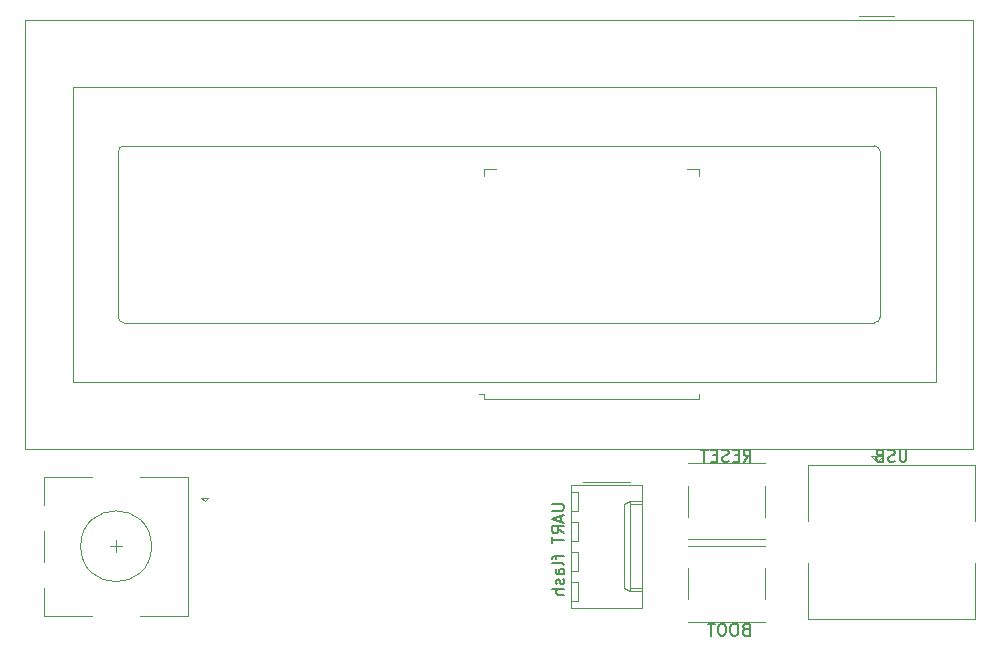
<source format=gbr>
%TF.GenerationSoftware,KiCad,Pcbnew,6.0.11+dfsg-1*%
%TF.CreationDate,2023-11-04T21:56:29+01:00*%
%TF.ProjectId,main_board,6d61696e-5f62-46f6-9172-642e6b696361,rev?*%
%TF.SameCoordinates,PX63add28PY3f58108*%
%TF.FileFunction,Legend,Bot*%
%TF.FilePolarity,Positive*%
%FSLAX46Y46*%
G04 Gerber Fmt 4.6, Leading zero omitted, Abs format (unit mm)*
G04 Created by KiCad (PCBNEW 6.0.11+dfsg-1) date 2023-11-04 21:56:29*
%MOMM*%
%LPD*%
G01*
G04 APERTURE LIST*
%ADD10C,0.150000*%
%ADD11C,0.120000*%
G04 APERTURE END LIST*
D10*
X74921904Y-38822380D02*
X74921904Y-39631904D01*
X74874285Y-39727142D01*
X74826666Y-39774761D01*
X74731428Y-39822380D01*
X74540952Y-39822380D01*
X74445714Y-39774761D01*
X74398095Y-39727142D01*
X74350476Y-39631904D01*
X74350476Y-38822380D01*
X73921904Y-39774761D02*
X73779047Y-39822380D01*
X73540952Y-39822380D01*
X73445714Y-39774761D01*
X73398095Y-39727142D01*
X73350476Y-39631904D01*
X73350476Y-39536666D01*
X73398095Y-39441428D01*
X73445714Y-39393809D01*
X73540952Y-39346190D01*
X73731428Y-39298571D01*
X73826666Y-39250952D01*
X73874285Y-39203333D01*
X73921904Y-39108095D01*
X73921904Y-39012857D01*
X73874285Y-38917619D01*
X73826666Y-38870000D01*
X73731428Y-38822380D01*
X73493333Y-38822380D01*
X73350476Y-38870000D01*
X72588571Y-39298571D02*
X72445714Y-39346190D01*
X72398095Y-39393809D01*
X72350476Y-39489047D01*
X72350476Y-39631904D01*
X72398095Y-39727142D01*
X72445714Y-39774761D01*
X72540952Y-39822380D01*
X72921904Y-39822380D01*
X72921904Y-38822380D01*
X72588571Y-38822380D01*
X72493333Y-38870000D01*
X72445714Y-38917619D01*
X72398095Y-39012857D01*
X72398095Y-39108095D01*
X72445714Y-39203333D01*
X72493333Y-39250952D01*
X72588571Y-39298571D01*
X72921904Y-39298571D01*
X44918380Y-43410666D02*
X45727904Y-43410666D01*
X45823142Y-43458285D01*
X45870761Y-43505904D01*
X45918380Y-43601142D01*
X45918380Y-43791619D01*
X45870761Y-43886857D01*
X45823142Y-43934476D01*
X45727904Y-43982095D01*
X44918380Y-43982095D01*
X45632666Y-44410666D02*
X45632666Y-44886857D01*
X45918380Y-44315428D02*
X44918380Y-44648761D01*
X45918380Y-44982095D01*
X45918380Y-45886857D02*
X45442190Y-45553523D01*
X45918380Y-45315428D02*
X44918380Y-45315428D01*
X44918380Y-45696380D01*
X44966000Y-45791619D01*
X45013619Y-45839238D01*
X45108857Y-45886857D01*
X45251714Y-45886857D01*
X45346952Y-45839238D01*
X45394571Y-45791619D01*
X45442190Y-45696380D01*
X45442190Y-45315428D01*
X44918380Y-46172571D02*
X44918380Y-46744000D01*
X45918380Y-46458285D02*
X44918380Y-46458285D01*
X45251714Y-47696380D02*
X45251714Y-48077333D01*
X45918380Y-47839238D02*
X45061238Y-47839238D01*
X44966000Y-47886857D01*
X44918380Y-47982095D01*
X44918380Y-48077333D01*
X45918380Y-48553523D02*
X45870761Y-48458285D01*
X45775523Y-48410666D01*
X44918380Y-48410666D01*
X45918380Y-49363047D02*
X45394571Y-49363047D01*
X45299333Y-49315428D01*
X45251714Y-49220190D01*
X45251714Y-49029714D01*
X45299333Y-48934476D01*
X45870761Y-49363047D02*
X45918380Y-49267809D01*
X45918380Y-49029714D01*
X45870761Y-48934476D01*
X45775523Y-48886857D01*
X45680285Y-48886857D01*
X45585047Y-48934476D01*
X45537428Y-49029714D01*
X45537428Y-49267809D01*
X45489809Y-49363047D01*
X45870761Y-49791619D02*
X45918380Y-49886857D01*
X45918380Y-50077333D01*
X45870761Y-50172571D01*
X45775523Y-50220190D01*
X45727904Y-50220190D01*
X45632666Y-50172571D01*
X45585047Y-50077333D01*
X45585047Y-49934476D01*
X45537428Y-49839238D01*
X45442190Y-49791619D01*
X45394571Y-49791619D01*
X45299333Y-49839238D01*
X45251714Y-49934476D01*
X45251714Y-50077333D01*
X45299333Y-50172571D01*
X45918380Y-50648761D02*
X44918380Y-50648761D01*
X45918380Y-51077333D02*
X45394571Y-51077333D01*
X45299333Y-51029714D01*
X45251714Y-50934476D01*
X45251714Y-50791619D01*
X45299333Y-50696380D01*
X45346952Y-50648761D01*
X61142380Y-39822380D02*
X61475714Y-39346190D01*
X61713809Y-39822380D02*
X61713809Y-38822380D01*
X61332857Y-38822380D01*
X61237619Y-38870000D01*
X61190000Y-38917619D01*
X61142380Y-39012857D01*
X61142380Y-39155714D01*
X61190000Y-39250952D01*
X61237619Y-39298571D01*
X61332857Y-39346190D01*
X61713809Y-39346190D01*
X60713809Y-39298571D02*
X60380476Y-39298571D01*
X60237619Y-39822380D02*
X60713809Y-39822380D01*
X60713809Y-38822380D01*
X60237619Y-38822380D01*
X59856666Y-39774761D02*
X59713809Y-39822380D01*
X59475714Y-39822380D01*
X59380476Y-39774761D01*
X59332857Y-39727142D01*
X59285238Y-39631904D01*
X59285238Y-39536666D01*
X59332857Y-39441428D01*
X59380476Y-39393809D01*
X59475714Y-39346190D01*
X59666190Y-39298571D01*
X59761428Y-39250952D01*
X59809047Y-39203333D01*
X59856666Y-39108095D01*
X59856666Y-39012857D01*
X59809047Y-38917619D01*
X59761428Y-38870000D01*
X59666190Y-38822380D01*
X59428095Y-38822380D01*
X59285238Y-38870000D01*
X58856666Y-39298571D02*
X58523333Y-39298571D01*
X58380476Y-39822380D02*
X58856666Y-39822380D01*
X58856666Y-38822380D01*
X58380476Y-38822380D01*
X58094761Y-38822380D02*
X57523333Y-38822380D01*
X57809047Y-39822380D02*
X57809047Y-38822380D01*
X61301142Y-54030571D02*
X61158285Y-54078190D01*
X61110666Y-54125809D01*
X61063047Y-54221047D01*
X61063047Y-54363904D01*
X61110666Y-54459142D01*
X61158285Y-54506761D01*
X61253523Y-54554380D01*
X61634476Y-54554380D01*
X61634476Y-53554380D01*
X61301142Y-53554380D01*
X61205904Y-53602000D01*
X61158285Y-53649619D01*
X61110666Y-53744857D01*
X61110666Y-53840095D01*
X61158285Y-53935333D01*
X61205904Y-53982952D01*
X61301142Y-54030571D01*
X61634476Y-54030571D01*
X60444000Y-53554380D02*
X60253523Y-53554380D01*
X60158285Y-53602000D01*
X60063047Y-53697238D01*
X60015428Y-53887714D01*
X60015428Y-54221047D01*
X60063047Y-54411523D01*
X60158285Y-54506761D01*
X60253523Y-54554380D01*
X60444000Y-54554380D01*
X60539238Y-54506761D01*
X60634476Y-54411523D01*
X60682095Y-54221047D01*
X60682095Y-53887714D01*
X60634476Y-53697238D01*
X60539238Y-53602000D01*
X60444000Y-53554380D01*
X59396380Y-53554380D02*
X59205904Y-53554380D01*
X59110666Y-53602000D01*
X59015428Y-53697238D01*
X58967809Y-53887714D01*
X58967809Y-54221047D01*
X59015428Y-54411523D01*
X59110666Y-54506761D01*
X59205904Y-54554380D01*
X59396380Y-54554380D01*
X59491619Y-54506761D01*
X59586857Y-54411523D01*
X59634476Y-54221047D01*
X59634476Y-53887714D01*
X59586857Y-53697238D01*
X59491619Y-53602000D01*
X59396380Y-53554380D01*
X58682095Y-53554380D02*
X58110666Y-53554380D01*
X58396380Y-54554380D02*
X58396380Y-53554380D01*
D11*
%TO.C,J2*%
X47120000Y-50000000D02*
X47120000Y-51600000D01*
X47120000Y-51600000D02*
X46520000Y-51600000D01*
X46520000Y-41800000D02*
X52540000Y-41800000D01*
X51540000Y-50800000D02*
X52540000Y-50800000D01*
X52540000Y-41800000D02*
X52540000Y-52180000D01*
X52540000Y-43180000D02*
X51540000Y-43180000D01*
X47120000Y-42380000D02*
X47120000Y-43980000D01*
X52540000Y-52180000D02*
X46520000Y-52180000D01*
X47120000Y-44920000D02*
X47120000Y-46520000D01*
X47120000Y-49060000D02*
X46520000Y-49060000D01*
X51540000Y-43180000D02*
X51540000Y-50800000D01*
X46520000Y-44920000D02*
X47120000Y-44920000D01*
X47120000Y-46520000D02*
X46520000Y-46520000D01*
X47120000Y-47460000D02*
X47120000Y-49060000D01*
X47550000Y-41510000D02*
X51550000Y-41510000D01*
X46520000Y-50000000D02*
X47120000Y-50000000D01*
X46520000Y-42380000D02*
X47120000Y-42380000D01*
X46520000Y-52180000D02*
X46520000Y-41800000D01*
X51540000Y-43180000D02*
X51010000Y-43430000D01*
X51010000Y-50550000D02*
X51540000Y-50800000D01*
X52540000Y-43430000D02*
X51540000Y-43430000D01*
X47120000Y-43980000D02*
X46520000Y-43980000D01*
X46520000Y-47460000D02*
X47120000Y-47460000D01*
X51010000Y-43430000D02*
X51010000Y-50550000D01*
X52540000Y-50550000D02*
X51540000Y-50550000D01*
%TO.C,SW3*%
X15205000Y-42890000D02*
X15505000Y-43190000D01*
X15805000Y-42890000D02*
X15205000Y-42890000D01*
X1905000Y-52890000D02*
X6005000Y-52890000D01*
X1905000Y-41090000D02*
X1905000Y-43490000D01*
X15505000Y-43190000D02*
X15805000Y-42890000D01*
X10005000Y-41090000D02*
X14105000Y-41090000D01*
X1905000Y-45690000D02*
X1905000Y-48290000D01*
X1905000Y-50490000D02*
X1905000Y-52890000D01*
X10005000Y-52890000D02*
X14105000Y-52890000D01*
X8005000Y-46490000D02*
X8005000Y-47490000D01*
X14105000Y-41090000D02*
X14105000Y-52890000D01*
X6005000Y-41090000D02*
X1905000Y-41090000D01*
X8505000Y-46990000D02*
X7505000Y-46990000D01*
X11005000Y-46990000D02*
G75*
G03*
X11005000Y-46990000I-3000000J0D01*
G01*
%TO.C,SW301*%
X62920000Y-53395000D02*
X62920000Y-53365000D01*
X62920000Y-48865000D02*
X62920000Y-51465000D01*
X62920000Y-46935000D02*
X56460000Y-46935000D01*
X62920000Y-53395000D02*
X56460000Y-53395000D01*
X56460000Y-46935000D02*
X56460000Y-46965000D01*
X56460000Y-53395000D02*
X56460000Y-53365000D01*
X62920000Y-46965000D02*
X62920000Y-46935000D01*
X56460000Y-48865000D02*
X56460000Y-51465000D01*
%TO.C,SW302*%
X62920000Y-46410000D02*
X62920000Y-46380000D01*
X56460000Y-39950000D02*
X56460000Y-39980000D01*
X62920000Y-39980000D02*
X62920000Y-39950000D01*
X56460000Y-46410000D02*
X56460000Y-46380000D01*
X62920000Y-41880000D02*
X62920000Y-44480000D01*
X62920000Y-46410000D02*
X56460000Y-46410000D01*
X62920000Y-39950000D02*
X56460000Y-39950000D01*
X56460000Y-41880000D02*
X56460000Y-44480000D01*
%TO.C,J301*%
X71910000Y-39372500D02*
X72910000Y-39372500D01*
X72410000Y-39872500D02*
X71910000Y-39372500D01*
X72910000Y-39372500D02*
X72410000Y-39872500D01*
X66610000Y-53172500D02*
X80710000Y-53172500D01*
X80710000Y-44872500D02*
X80710000Y-40072500D01*
X80710000Y-53172500D02*
X80710000Y-48372500D01*
X80710000Y-40072500D02*
X66610000Y-40072500D01*
X66610000Y-48372500D02*
X66610000Y-53172500D01*
X66610000Y-40072500D02*
X66610000Y-44872500D01*
%TO.C,U3*%
X39140000Y-34065000D02*
X38760000Y-34065000D01*
X39140000Y-15665000D02*
X39140000Y-15045000D01*
X39140000Y-34485000D02*
X57380000Y-34485000D01*
X57380000Y-15045000D02*
X56380000Y-15045000D01*
X57380000Y-34485000D02*
X57380000Y-34065000D01*
X39140000Y-15045000D02*
X40140000Y-15045000D01*
X57380000Y-15665000D02*
X57380000Y-15045000D01*
X39140000Y-34485000D02*
X39140000Y-34065000D01*
%TO.C,U7*%
X77390000Y-33080000D02*
X77390000Y-8080000D01*
X80520000Y-2440000D02*
X79730000Y-2440000D01*
X72190000Y-13080000D02*
X8690000Y-13080000D01*
X73890000Y-2080000D02*
X70890000Y-2080000D01*
X80530000Y-2440000D02*
X80530000Y-38720000D01*
X4390000Y-8080000D02*
X4390000Y-33080000D01*
X8190000Y-13580000D02*
X8190000Y-27580000D01*
X77390000Y-8080000D02*
X4390000Y-8080000D01*
X4390000Y-33080000D02*
X77390000Y-33080000D01*
X80530000Y-38720000D02*
X250000Y-38720000D01*
X8689340Y-28080000D02*
X72190000Y-28080000D01*
X250000Y-2440000D02*
X79730000Y-2440000D01*
X72689720Y-27579320D02*
X72689720Y-13580000D01*
X250000Y-38720000D02*
X250000Y-2440000D01*
X8189000Y-27579320D02*
G75*
G03*
X8689340Y-28079700I500300J-80D01*
G01*
X8690000Y-13080000D02*
G75*
G03*
X8190000Y-13580000I0J-500000D01*
G01*
X72689720Y-13578840D02*
G75*
G03*
X72189340Y-13078460I-500380J0D01*
G01*
X72189340Y-28079700D02*
G75*
G03*
X72689720Y-27579320I0J500380D01*
G01*
%TD*%
M02*

</source>
